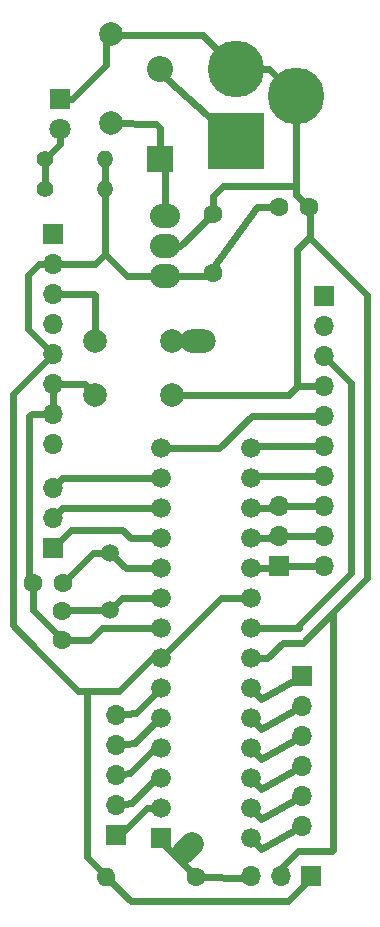
<source format=gbr>
G04 #@! TF.FileFunction,Copper,L1,Top,Signal*
%FSLAX46Y46*%
G04 Gerber Fmt 4.6, Leading zero omitted, Abs format (unit mm)*
G04 Created by KiCad (PCBNEW 4.0.7) date 12/07/17 21:08:05*
%MOMM*%
%LPD*%
G01*
G04 APERTURE LIST*
%ADD10C,0.100000*%
%ADD11O,2.540000X2.032000*%
%ADD12O,3.000000X2.000000*%
%ADD13C,2.000000*%
%ADD14R,1.700000X1.700000*%
%ADD15O,1.700000X1.700000*%
%ADD16C,1.600000*%
%ADD17C,1.500000*%
%ADD18C,4.800000*%
%ADD19R,4.800000X4.800000*%
%ADD20R,1.676400X1.676400*%
%ADD21C,1.676400*%
%ADD22R,1.800000X1.800000*%
%ADD23C,1.800000*%
%ADD24R,2.200000X2.200000*%
%ADD25O,2.200000X2.200000*%
%ADD26C,1.400000*%
%ADD27O,1.400000X1.400000*%
%ADD28O,1.600000X1.600000*%
%ADD29C,2.000000*%
%ADD30C,0.600000*%
G04 APERTURE END LIST*
D10*
D11*
X15630000Y58080000D03*
X15630000Y55540000D03*
X15630000Y60620000D03*
D12*
X18410000Y50060000D03*
D13*
X9750000Y50030000D03*
X9750000Y45530000D03*
X16250000Y50030000D03*
X16250000Y45530000D03*
D14*
X28040000Y4800000D03*
D15*
X25500000Y4800000D03*
X22960000Y4800000D03*
D16*
X27840000Y61380000D03*
X25340000Y61380000D03*
D17*
X10985000Y27275000D03*
X10985000Y32155000D03*
D16*
X4475000Y29575000D03*
X6975000Y29575000D03*
X6935000Y24745000D03*
X6935000Y27245000D03*
D18*
X21675000Y73095000D03*
D19*
X21675000Y66995000D03*
D18*
X26755000Y70805000D03*
D14*
X6155000Y59125000D03*
D15*
X6155000Y56585000D03*
X6155000Y54045000D03*
X6155000Y51505000D03*
X6155000Y48965000D03*
X6155000Y46425000D03*
X6155000Y43885000D03*
X6155000Y41345000D03*
D14*
X27250000Y21730000D03*
D15*
X27250000Y19190000D03*
X27250000Y16650000D03*
X27250000Y14110000D03*
X27250000Y11570000D03*
X27250000Y9030000D03*
D14*
X29075000Y53875000D03*
D15*
X29075000Y51335000D03*
X29075000Y48795000D03*
X29075000Y46255000D03*
X29075000Y43715000D03*
X29075000Y41175000D03*
X29075000Y38635000D03*
X29075000Y36095000D03*
X29075000Y33555000D03*
X29075000Y31015000D03*
D20*
X15285000Y7965000D03*
D21*
X15285000Y10505000D03*
X15285000Y13045000D03*
X15285000Y15585000D03*
X15285000Y18125000D03*
X15285000Y20665000D03*
X15285000Y23205000D03*
X15285000Y25745000D03*
X15285000Y28285000D03*
X15285000Y30825000D03*
X15285000Y33365000D03*
X15285000Y35905000D03*
X15285000Y38445000D03*
X15285000Y40985000D03*
X22905000Y40985000D03*
X22905000Y38445000D03*
X22905000Y35905000D03*
X22905000Y33365000D03*
X22905000Y30825000D03*
X22905000Y28285000D03*
X22905000Y25745000D03*
X22905000Y23205000D03*
X22905000Y20665000D03*
X22905000Y18125000D03*
X22905000Y15585000D03*
X22905000Y13045000D03*
X22905000Y10505000D03*
X22905000Y7965000D03*
D14*
X11460000Y8230000D03*
D15*
X11460000Y10770000D03*
X11460000Y13310000D03*
X11460000Y15850000D03*
X11460000Y18390000D03*
D14*
X6165000Y32565000D03*
D15*
X6165000Y35105000D03*
X6165000Y37645000D03*
D22*
X6740000Y70540000D03*
D23*
X6740000Y68000000D03*
D24*
X15190000Y65440000D03*
D25*
X15190000Y73060000D03*
D26*
X5470000Y65460000D03*
D27*
X10550000Y65460000D03*
D26*
X5470000Y62920000D03*
D27*
X10550000Y62920000D03*
D14*
X25325000Y31055000D03*
D15*
X25325000Y33595000D03*
X25325000Y36135000D03*
D13*
X11050000Y68560000D03*
X11050000Y76060000D03*
D16*
X19710000Y55850000D03*
X19710000Y60850000D03*
X18280000Y4720000D03*
D28*
X10660000Y4720000D03*
D29*
X17246447Y6786447D02*
X17953553Y7493553D01*
D30*
X15630000Y58080000D02*
X16940000Y58080000D01*
X16940000Y58080000D02*
X19710000Y60850000D01*
X26755000Y63170000D02*
X20580000Y63170000D01*
X19710000Y62300000D02*
X19710000Y60850000D01*
X20580000Y63170000D02*
X19710000Y62300000D01*
X16250000Y45530000D02*
X26140000Y45530000D01*
X26140000Y45530000D02*
X26865000Y46255000D01*
X26755000Y70805000D02*
X26755000Y63470000D01*
X26755000Y63470000D02*
X26755000Y63170000D01*
X26755000Y63170000D02*
X26755000Y62465000D01*
X26755000Y62465000D02*
X27840000Y61380000D01*
X27965000Y58795000D02*
X27965000Y61255000D01*
X27965000Y61255000D02*
X27840000Y61380000D01*
X6155000Y46425000D02*
X8855000Y46425000D01*
X8855000Y46425000D02*
X9750000Y45530000D01*
X25500000Y4800000D02*
X25500000Y5450000D01*
X25500000Y5450000D02*
X26920000Y6870000D01*
X26920000Y6870000D02*
X29770000Y6870000D01*
X29770000Y6870000D02*
X29900000Y7000000D01*
X29900000Y7000000D02*
X29900000Y27120000D01*
X29900000Y27120000D02*
X29900000Y27090000D01*
X29900000Y27090000D02*
X29900000Y27120000D01*
X22905000Y23205000D02*
X24305000Y23205000D01*
X32790000Y53970000D02*
X27965000Y58795000D01*
X27965000Y58795000D02*
X27905000Y58855000D01*
X32790000Y30010000D02*
X32790000Y53970000D01*
X27310000Y24530000D02*
X29900000Y27120000D01*
X29900000Y27120000D02*
X32790000Y30010000D01*
X25630000Y24530000D02*
X27310000Y24530000D01*
X24305000Y23205000D02*
X25630000Y24530000D01*
X10690000Y75940000D02*
X18830000Y75940000D01*
X18830000Y75940000D02*
X21675000Y73095000D01*
X6740000Y70540000D02*
X7770000Y70540000D01*
X10690000Y73460000D02*
X10690000Y75940000D01*
X7770000Y70540000D02*
X10690000Y73460000D01*
X26865000Y46255000D02*
X26865000Y57815000D01*
X26865000Y57815000D02*
X27905000Y58855000D01*
X6740000Y70540000D02*
X6640000Y70540000D01*
X21675000Y73095000D02*
X24465000Y73095000D01*
X24465000Y73095000D02*
X26755000Y70805000D01*
X29075000Y46255000D02*
X26865000Y46255000D01*
X6935000Y24745000D02*
X6935000Y24805000D01*
X6935000Y24805000D02*
X4475000Y27265000D01*
X4475000Y27265000D02*
X4475000Y29575000D01*
X15285000Y25745000D02*
X10285000Y25745000D01*
X9285000Y24745000D02*
X6935000Y24745000D01*
X10285000Y25745000D02*
X9285000Y24745000D01*
X6155000Y43885000D02*
X4365000Y43885000D01*
X4175000Y43695000D02*
X4175000Y29875000D01*
X4365000Y43885000D02*
X4175000Y43695000D01*
X4175000Y29875000D02*
X4475000Y29575000D01*
X6155000Y46425000D02*
X6155000Y43885000D01*
X6305000Y46275000D02*
X6155000Y46425000D01*
X21675000Y66995000D02*
X15035000Y72905000D01*
X15035000Y72905000D02*
X15190000Y73060000D01*
X26975000Y25805000D02*
X26975000Y26005000D01*
X26975000Y26005000D02*
X31365000Y30395000D01*
X31365000Y46505000D02*
X29075000Y48795000D01*
X31365000Y30395000D02*
X31365000Y46505000D01*
X26975000Y25805000D02*
X22965000Y25805000D01*
X22965000Y25805000D02*
X22905000Y25745000D01*
X10985000Y32155000D02*
X9555000Y32155000D01*
X9555000Y32155000D02*
X6975000Y29575000D01*
X15285000Y30825000D02*
X12315000Y30825000D01*
X12315000Y30825000D02*
X10985000Y32155000D01*
X10985000Y27275000D02*
X6965000Y27275000D01*
X6965000Y27275000D02*
X6935000Y27245000D01*
X15285000Y28285000D02*
X11995000Y28285000D01*
X11995000Y28285000D02*
X10985000Y27275000D01*
X4030000Y51090000D02*
X4030000Y55662081D01*
X4030000Y55662081D02*
X4952919Y56585000D01*
X6155000Y48965000D02*
X4030000Y51090000D01*
X6155000Y56585000D02*
X4952919Y56585000D01*
X4952919Y56585000D02*
X4857919Y56490000D01*
X15630000Y55540000D02*
X12400000Y55540000D01*
X12400000Y55540000D02*
X10550000Y57390000D01*
X15630000Y55540000D02*
X19400000Y55540000D01*
X19400000Y55540000D02*
X19710000Y55850000D01*
X25340000Y61380000D02*
X23420000Y61380000D01*
X19640000Y56120000D02*
X19670000Y55810000D01*
X23420000Y61380000D02*
X19640000Y56120000D01*
X19670000Y55810000D02*
X19710000Y55850000D01*
X6155000Y56585000D02*
X9745000Y56585000D01*
X9745000Y56585000D02*
X10550000Y57390000D01*
X10550000Y62920000D02*
X10550000Y57390000D01*
X25340000Y61380000D02*
X25340000Y61250000D01*
X9750000Y50030000D02*
X9750000Y53920000D01*
X9625000Y54045000D02*
X6155000Y54045000D01*
X9750000Y53920000D02*
X9625000Y54045000D01*
X10660000Y4720000D02*
X10660000Y4740000D01*
X10660000Y4740000D02*
X9050000Y6350000D01*
X9050000Y6350000D02*
X9050000Y20465000D01*
X28040000Y4800000D02*
X28040000Y4580000D01*
X28040000Y4580000D02*
X26080000Y2620000D01*
X26080000Y2620000D02*
X12760000Y2620000D01*
X12760000Y2620000D02*
X10660000Y4720000D01*
X18280000Y4720000D02*
X22740000Y4580000D01*
X22740000Y4580000D02*
X22960000Y4800000D01*
X15285000Y7965000D02*
X15285000Y7715000D01*
X15285000Y7715000D02*
X18280000Y4720000D01*
X10635000Y62835000D02*
X10550000Y62920000D01*
X10550000Y65460000D02*
X10550000Y62920000D01*
X10460000Y65370000D02*
X10550000Y65460000D01*
X10460000Y65370000D02*
X10550000Y65460000D01*
X6345000Y48775000D02*
X6155000Y48965000D01*
X22905000Y28285000D02*
X20365000Y28285000D01*
X20365000Y28285000D02*
X15285000Y23205000D01*
X11775000Y20465000D02*
X9050000Y20465000D01*
X9050000Y20465000D02*
X8285000Y20465000D01*
X2745000Y26005000D02*
X2745000Y45555000D01*
X4660000Y24090000D02*
X2745000Y26005000D01*
X2745000Y45555000D02*
X6155000Y48965000D01*
X8285000Y20465000D02*
X4660000Y24090000D01*
X15285000Y23205000D02*
X14515000Y23205000D01*
X14515000Y23205000D02*
X11775000Y20465000D01*
X6740000Y68000000D02*
X6740000Y66730000D01*
X6740000Y66730000D02*
X5470000Y65460000D01*
X5470000Y65460000D02*
X5470000Y62920000D01*
X29075000Y31015000D02*
X25365000Y31015000D01*
X25365000Y31015000D02*
X25175000Y30825000D01*
X25175000Y30825000D02*
X22905000Y30825000D01*
X29075000Y36095000D02*
X25365000Y36095000D01*
X25365000Y36095000D02*
X25175000Y35905000D01*
X25175000Y35905000D02*
X22905000Y35905000D01*
X27250000Y21730000D02*
X23795000Y19775000D01*
X23795000Y19775000D02*
X22905000Y20665000D01*
X27250000Y19190000D02*
X23795000Y17235000D01*
X23795000Y17235000D02*
X22905000Y18125000D01*
X27250000Y16650000D02*
X23795000Y14695000D01*
X23795000Y14695000D02*
X22905000Y15585000D01*
X27250000Y14110000D02*
X23795000Y12155000D01*
X23795000Y12155000D02*
X22905000Y13045000D01*
X27250000Y11570000D02*
X23795000Y9615000D01*
X23795000Y9615000D02*
X22905000Y10505000D01*
X27250000Y9030000D02*
X23795000Y7075000D01*
X23795000Y7075000D02*
X22905000Y7965000D01*
X11460000Y8230000D02*
X11850000Y8230000D01*
X11850000Y8230000D02*
X14125000Y10505000D01*
X14125000Y10505000D02*
X15285000Y10505000D01*
X15285000Y13045000D02*
X14915000Y13045000D01*
X14915000Y13045000D02*
X12835000Y10965000D01*
X12835000Y10965000D02*
X11460000Y10770000D01*
X15285000Y15585000D02*
X14765000Y15585000D01*
X14765000Y15585000D02*
X12685000Y13505000D01*
X12685000Y13505000D02*
X11460000Y13310000D01*
X15285000Y18125000D02*
X15155000Y18125000D01*
X15155000Y18125000D02*
X13075000Y16045000D01*
X13075000Y16045000D02*
X11460000Y15850000D01*
X15285000Y20665000D02*
X15285000Y20655000D01*
X15285000Y20655000D02*
X13215000Y18585000D01*
X13215000Y18585000D02*
X11460000Y18390000D01*
X15285000Y33365000D02*
X12735000Y33365000D01*
X7685000Y34085000D02*
X6165000Y32565000D01*
X12015000Y34085000D02*
X7685000Y34085000D01*
X12735000Y33365000D02*
X12015000Y34085000D01*
X15285000Y35905000D02*
X6965000Y35905000D01*
X6965000Y35905000D02*
X6165000Y35105000D01*
X15285000Y38445000D02*
X6965000Y38445000D01*
X6965000Y38445000D02*
X6165000Y37645000D01*
X29075000Y43715000D02*
X22985000Y43715000D01*
X20255000Y40985000D02*
X15285000Y40985000D01*
X22985000Y43715000D02*
X20255000Y40985000D01*
X22905000Y33365000D02*
X25095000Y33365000D01*
X25095000Y33365000D02*
X25285000Y33555000D01*
X25285000Y33555000D02*
X29075000Y33555000D01*
X29075000Y41175000D02*
X23095000Y41175000D01*
X23095000Y41175000D02*
X22905000Y40985000D01*
X29075000Y38635000D02*
X23095000Y38635000D01*
X23095000Y38635000D02*
X22905000Y38445000D01*
X15630000Y60620000D02*
X15630000Y65000000D01*
X15630000Y65000000D02*
X15190000Y65440000D01*
X11050000Y68560000D02*
X14850000Y68440000D01*
X15190000Y68100000D02*
X15190000Y65440000D01*
X14850000Y68440000D02*
X15190000Y68100000D01*
M02*

</source>
